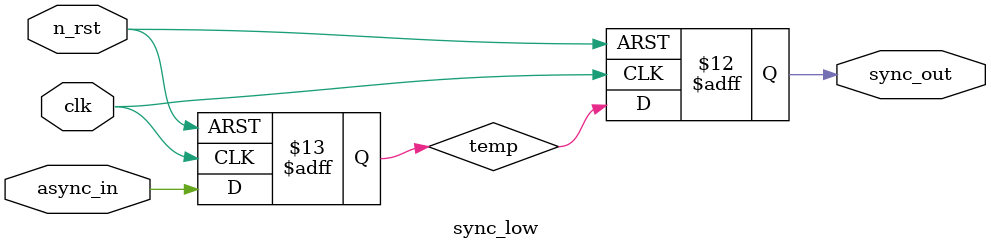
<source format=sv>

module sync_low
(
	input wire clk,
	input wire n_rst,
	input wire async_in,
	output reg sync_out
);

	reg temp;
	always_ff @ (posedge clk, negedge n_rst)
	begin
		if(1'b0 == n_rst)
		begin
			temp <= 1'b0;
			sync_out <= 1'b0;
		end
		else if (async_in == 0 | async_in == 1)
		begin
			temp <= async_in;
			sync_out <= temp;
		end
		else
		begin
			temp <= 1'b0;
			sync_out <= 1'b0;
		end			
	end
endmodule
				

</source>
